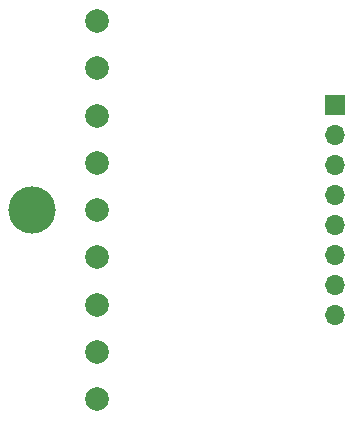
<source format=gbr>
G04 #@! TF.GenerationSoftware,KiCad,Pcbnew,8.0.3*
G04 #@! TF.CreationDate,2024-06-28T16:30:34+02:00*
G04 #@! TF.ProjectId,Playstation 2 breakout,506c6179-7374-4617-9469-6f6e20322062,rev?*
G04 #@! TF.SameCoordinates,Original*
G04 #@! TF.FileFunction,Copper,L2,Bot*
G04 #@! TF.FilePolarity,Positive*
%FSLAX46Y46*%
G04 Gerber Fmt 4.6, Leading zero omitted, Abs format (unit mm)*
G04 Created by KiCad (PCBNEW 8.0.3) date 2024-06-28 16:30:34*
%MOMM*%
%LPD*%
G01*
G04 APERTURE LIST*
G04 #@! TA.AperFunction,ComponentPad*
%ADD10C,4.000000*%
G04 #@! TD*
G04 #@! TA.AperFunction,ComponentPad*
%ADD11C,2.000000*%
G04 #@! TD*
G04 #@! TA.AperFunction,ComponentPad*
%ADD12R,1.700000X1.700000*%
G04 #@! TD*
G04 #@! TA.AperFunction,ComponentPad*
%ADD13O,1.700000X1.700000*%
G04 #@! TD*
G04 APERTURE END LIST*
D10*
X162838500Y-76708000D03*
D11*
X168338500Y-92708000D03*
X168338500Y-88708000D03*
X168338500Y-84708000D03*
X168338500Y-80708000D03*
X168338500Y-76708000D03*
X168338500Y-72708000D03*
X168338500Y-68708000D03*
X168338500Y-64708000D03*
X168338500Y-60708000D03*
D12*
X188516500Y-67833000D03*
D13*
X188516500Y-70373000D03*
X188516500Y-72913000D03*
X188516500Y-75453000D03*
X188516500Y-77993000D03*
X188516500Y-80533000D03*
X188516500Y-83073000D03*
X188516500Y-85613000D03*
M02*

</source>
